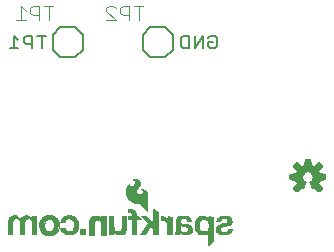
<source format=gbr>
G04 EAGLE Gerber RS-274X export*
G75*
%MOMM*%
%FSLAX34Y34*%
%LPD*%
%INSilkscreen Bottom*%
%IPPOS*%
%AMOC8*
5,1,8,0,0,1.08239X$1,22.5*%
G01*
%ADD10C,0.203200*%
%ADD11C,0.025400*%
%ADD12R,0.495300X0.485100*%
%ADD13C,0.101600*%

G36*
X364920Y50946D02*
X364920Y50946D01*
X365028Y50956D01*
X365041Y50962D01*
X365055Y50964D01*
X365152Y51012D01*
X365251Y51057D01*
X365264Y51068D01*
X365273Y51072D01*
X365288Y51088D01*
X365365Y51150D01*
X367950Y53735D01*
X368013Y53824D01*
X368079Y53909D01*
X368084Y53922D01*
X368092Y53934D01*
X368123Y54037D01*
X368159Y54140D01*
X368159Y54154D01*
X368163Y54167D01*
X368159Y54275D01*
X368160Y54384D01*
X368155Y54397D01*
X368155Y54411D01*
X368117Y54513D01*
X368082Y54615D01*
X368073Y54630D01*
X368069Y54639D01*
X368055Y54656D01*
X368001Y54738D01*
X365237Y58128D01*
X365794Y59210D01*
X365800Y59230D01*
X365842Y59325D01*
X366213Y60484D01*
X370564Y60927D01*
X370668Y60955D01*
X370774Y60980D01*
X370786Y60987D01*
X370799Y60990D01*
X370889Y61051D01*
X370982Y61108D01*
X370990Y61119D01*
X371002Y61127D01*
X371068Y61213D01*
X371137Y61297D01*
X371141Y61310D01*
X371150Y61321D01*
X371184Y61424D01*
X371223Y61525D01*
X371224Y61543D01*
X371228Y61552D01*
X371228Y61574D01*
X371237Y61672D01*
X371237Y65328D01*
X371220Y65435D01*
X371206Y65543D01*
X371200Y65555D01*
X371198Y65569D01*
X371146Y65665D01*
X371099Y65762D01*
X371089Y65772D01*
X371083Y65784D01*
X371003Y65858D01*
X370927Y65935D01*
X370915Y65941D01*
X370905Y65951D01*
X370806Y65996D01*
X370709Y66044D01*
X370691Y66048D01*
X370682Y66052D01*
X370661Y66054D01*
X370564Y66073D01*
X366213Y66516D01*
X365842Y67675D01*
X365833Y67692D01*
X365831Y67700D01*
X365827Y67707D01*
X365794Y67790D01*
X365237Y68872D01*
X368001Y72262D01*
X368055Y72356D01*
X368112Y72448D01*
X368115Y72461D01*
X368122Y72473D01*
X368143Y72580D01*
X368168Y72685D01*
X368166Y72699D01*
X368169Y72713D01*
X368154Y72820D01*
X368144Y72928D01*
X368138Y72941D01*
X368136Y72955D01*
X368088Y73052D01*
X368043Y73151D01*
X368032Y73164D01*
X368028Y73173D01*
X368012Y73188D01*
X367950Y73265D01*
X365365Y75850D01*
X365276Y75913D01*
X365191Y75979D01*
X365178Y75984D01*
X365166Y75992D01*
X365063Y76023D01*
X364960Y76059D01*
X364946Y76059D01*
X364933Y76063D01*
X364825Y76059D01*
X364716Y76060D01*
X364703Y76055D01*
X364689Y76055D01*
X364587Y76017D01*
X364485Y75982D01*
X364470Y75973D01*
X364461Y75969D01*
X364444Y75955D01*
X364362Y75901D01*
X360972Y73137D01*
X359890Y73694D01*
X359870Y73700D01*
X359775Y73742D01*
X358616Y74113D01*
X358173Y78464D01*
X358145Y78568D01*
X358120Y78674D01*
X358113Y78686D01*
X358110Y78699D01*
X358049Y78789D01*
X357992Y78882D01*
X357981Y78890D01*
X357973Y78902D01*
X357887Y78968D01*
X357803Y79037D01*
X357790Y79041D01*
X357779Y79050D01*
X357676Y79084D01*
X357575Y79123D01*
X357557Y79124D01*
X357548Y79128D01*
X357526Y79128D01*
X357428Y79137D01*
X353772Y79137D01*
X353665Y79120D01*
X353557Y79106D01*
X353545Y79100D01*
X353531Y79098D01*
X353435Y79046D01*
X353338Y78999D01*
X353328Y78989D01*
X353316Y78983D01*
X353242Y78903D01*
X353165Y78827D01*
X353159Y78815D01*
X353149Y78805D01*
X353104Y78706D01*
X353056Y78609D01*
X353052Y78591D01*
X353048Y78582D01*
X353046Y78561D01*
X353027Y78464D01*
X352584Y74113D01*
X351425Y73742D01*
X351407Y73732D01*
X351310Y73694D01*
X350228Y73137D01*
X346838Y75901D01*
X346744Y75955D01*
X346652Y76012D01*
X346639Y76015D01*
X346627Y76022D01*
X346520Y76043D01*
X346415Y76068D01*
X346401Y76066D01*
X346387Y76069D01*
X346280Y76054D01*
X346172Y76044D01*
X346159Y76038D01*
X346146Y76036D01*
X346048Y75988D01*
X345949Y75943D01*
X345936Y75932D01*
X345927Y75928D01*
X345912Y75912D01*
X345835Y75850D01*
X343250Y73265D01*
X343187Y73176D01*
X343121Y73091D01*
X343116Y73078D01*
X343108Y73066D01*
X343077Y72963D01*
X343041Y72860D01*
X343041Y72846D01*
X343037Y72833D01*
X343041Y72725D01*
X343040Y72616D01*
X343045Y72603D01*
X343045Y72589D01*
X343083Y72487D01*
X343118Y72385D01*
X343127Y72370D01*
X343131Y72361D01*
X343145Y72344D01*
X343199Y72262D01*
X345963Y68872D01*
X345406Y67790D01*
X345400Y67770D01*
X345358Y67675D01*
X344987Y66516D01*
X340636Y66073D01*
X340532Y66045D01*
X340426Y66020D01*
X340414Y66013D01*
X340401Y66010D01*
X340311Y65949D01*
X340218Y65892D01*
X340210Y65881D01*
X340198Y65873D01*
X340132Y65787D01*
X340064Y65703D01*
X340059Y65690D01*
X340050Y65679D01*
X340016Y65576D01*
X339977Y65475D01*
X339976Y65457D01*
X339972Y65448D01*
X339973Y65426D01*
X339963Y65328D01*
X339963Y61672D01*
X339980Y61565D01*
X339994Y61457D01*
X340000Y61445D01*
X340002Y61431D01*
X340054Y61335D01*
X340101Y61238D01*
X340111Y61228D01*
X340117Y61216D01*
X340197Y61142D01*
X340273Y61065D01*
X340285Y61059D01*
X340296Y61049D01*
X340394Y61004D01*
X340491Y60956D01*
X340509Y60952D01*
X340518Y60948D01*
X340539Y60946D01*
X340636Y60927D01*
X344987Y60484D01*
X345358Y59325D01*
X345368Y59307D01*
X345406Y59210D01*
X345963Y58128D01*
X343199Y54738D01*
X343145Y54644D01*
X343088Y54552D01*
X343085Y54539D01*
X343078Y54527D01*
X343057Y54420D01*
X343032Y54315D01*
X343034Y54301D01*
X343031Y54287D01*
X343046Y54180D01*
X343056Y54072D01*
X343062Y54059D01*
X343064Y54046D01*
X343112Y53948D01*
X343157Y53849D01*
X343168Y53836D01*
X343172Y53827D01*
X343188Y53812D01*
X343250Y53735D01*
X345835Y51150D01*
X345924Y51087D01*
X346009Y51021D01*
X346022Y51016D01*
X346034Y51008D01*
X346137Y50977D01*
X346240Y50941D01*
X346254Y50941D01*
X346267Y50937D01*
X346375Y50941D01*
X346484Y50940D01*
X346497Y50945D01*
X346511Y50945D01*
X346613Y50983D01*
X346715Y51018D01*
X346730Y51027D01*
X346739Y51031D01*
X346756Y51045D01*
X346838Y51099D01*
X350228Y53863D01*
X351310Y53306D01*
X351363Y53289D01*
X351412Y53263D01*
X351478Y53252D01*
X351542Y53231D01*
X351598Y53232D01*
X351652Y53223D01*
X351719Y53234D01*
X351786Y53235D01*
X351838Y53253D01*
X351893Y53262D01*
X351953Y53294D01*
X352016Y53317D01*
X352059Y53351D01*
X352109Y53377D01*
X352155Y53426D01*
X352207Y53468D01*
X352238Y53515D01*
X352276Y53555D01*
X352332Y53660D01*
X352340Y53673D01*
X352341Y53678D01*
X352345Y53685D01*
X354498Y58882D01*
X354518Y58965D01*
X354523Y58978D01*
X354525Y58994D01*
X354550Y59079D01*
X354549Y59100D01*
X354554Y59120D01*
X354546Y59202D01*
X354548Y59221D01*
X354543Y59241D01*
X354539Y59322D01*
X354532Y59342D01*
X354530Y59363D01*
X354499Y59432D01*
X354492Y59459D01*
X354477Y59483D01*
X354451Y59550D01*
X354438Y59566D01*
X354429Y59585D01*
X354384Y59634D01*
X354364Y59666D01*
X354333Y59691D01*
X354295Y59737D01*
X354272Y59753D01*
X354262Y59763D01*
X354241Y59775D01*
X354176Y59820D01*
X354175Y59821D01*
X354174Y59822D01*
X353275Y60328D01*
X352588Y60972D01*
X352073Y61760D01*
X351761Y62648D01*
X351669Y63585D01*
X351802Y64517D01*
X352153Y65391D01*
X352702Y66156D01*
X353416Y66769D01*
X354256Y67194D01*
X355173Y67408D01*
X356114Y67398D01*
X357026Y67164D01*
X357856Y66721D01*
X358557Y66092D01*
X359089Y65315D01*
X359420Y64434D01*
X359533Y63499D01*
X359425Y62582D01*
X359105Y61714D01*
X358591Y60945D01*
X357912Y60318D01*
X357028Y59823D01*
X356986Y59790D01*
X356944Y59767D01*
X356913Y59734D01*
X356865Y59699D01*
X356853Y59683D01*
X356837Y59670D01*
X356802Y59615D01*
X356777Y59589D01*
X356763Y59558D01*
X356722Y59501D01*
X356716Y59482D01*
X356706Y59465D01*
X356687Y59390D01*
X356677Y59367D01*
X356674Y59343D01*
X356651Y59268D01*
X356652Y59248D01*
X356647Y59228D01*
X356654Y59143D01*
X356653Y59124D01*
X356656Y59107D01*
X356659Y59024D01*
X356667Y58999D01*
X356668Y58985D01*
X356678Y58963D01*
X356702Y58882D01*
X357011Y58137D01*
X357942Y55889D01*
X358252Y55140D01*
X358855Y53685D01*
X358884Y53638D01*
X358905Y53586D01*
X358948Y53535D01*
X358984Y53478D01*
X359027Y53443D01*
X359063Y53400D01*
X359120Y53366D01*
X359172Y53323D01*
X359224Y53304D01*
X359272Y53275D01*
X359338Y53261D01*
X359401Y53237D01*
X359456Y53235D01*
X359510Y53224D01*
X359577Y53231D01*
X359644Y53229D01*
X359698Y53245D01*
X359753Y53252D01*
X359864Y53296D01*
X359878Y53300D01*
X359882Y53303D01*
X359890Y53306D01*
X360972Y53863D01*
X364362Y51099D01*
X364456Y51045D01*
X364548Y50988D01*
X364561Y50985D01*
X364573Y50978D01*
X364680Y50957D01*
X364785Y50932D01*
X364799Y50934D01*
X364813Y50931D01*
X364920Y50946D01*
G37*
G36*
X220034Y33827D02*
X220034Y33827D01*
X220076Y33842D01*
X220078Y33847D01*
X220082Y33849D01*
X220111Y33922D01*
X220115Y33933D01*
X220115Y33934D01*
X220115Y49098D01*
X220113Y49103D01*
X220115Y49109D01*
X220045Y49940D01*
X220039Y49951D01*
X220040Y49966D01*
X219800Y50765D01*
X219792Y50775D01*
X219790Y50789D01*
X219389Y51521D01*
X219379Y51529D01*
X219374Y51542D01*
X218904Y52092D01*
X218893Y52097D01*
X218886Y52109D01*
X218316Y52554D01*
X218304Y52557D01*
X218294Y52567D01*
X217646Y52888D01*
X217634Y52889D01*
X217622Y52897D01*
X216923Y53081D01*
X216912Y53080D01*
X216901Y53085D01*
X215961Y53158D01*
X215952Y53155D01*
X215941Y53158D01*
X215001Y53085D01*
X214997Y53083D01*
X214991Y53084D01*
X214508Y53008D01*
X214469Y52983D01*
X214429Y52962D01*
X214428Y52958D01*
X214425Y52956D01*
X214415Y52911D01*
X214403Y52867D01*
X214405Y52863D01*
X214404Y52859D01*
X214429Y52821D01*
X214453Y52782D01*
X214457Y52781D01*
X214459Y52778D01*
X214500Y52769D01*
X214540Y52757D01*
X214698Y52773D01*
X214836Y52745D01*
X214969Y52674D01*
X215793Y52075D01*
X215911Y51961D01*
X215983Y51823D01*
X216076Y51408D01*
X216076Y50980D01*
X215983Y50564D01*
X215777Y50160D01*
X215464Y49832D01*
X214858Y49467D01*
X214180Y49260D01*
X213469Y49225D01*
X212859Y49322D01*
X212273Y49520D01*
X211730Y49813D01*
X211305Y50178D01*
X210990Y50638D01*
X210804Y51163D01*
X210761Y51719D01*
X210863Y52267D01*
X211103Y52770D01*
X211473Y53205D01*
X211671Y53415D01*
X212266Y54046D01*
X212861Y54677D01*
X212926Y54746D01*
X212929Y54756D01*
X212938Y54762D01*
X214125Y56520D01*
X214127Y56533D01*
X214137Y56543D01*
X214417Y57231D01*
X214416Y57246D01*
X214425Y57261D01*
X214524Y57996D01*
X214520Y58011D01*
X214525Y58028D01*
X214438Y58765D01*
X214430Y58778D01*
X214430Y58796D01*
X214163Y59488D01*
X214152Y59499D01*
X214148Y59516D01*
X213717Y60119D01*
X213707Y60126D01*
X213701Y60138D01*
X213005Y60796D01*
X212997Y60799D01*
X212992Y60807D01*
X212215Y61367D01*
X212205Y61370D01*
X212197Y61378D01*
X211417Y61766D01*
X211405Y61767D01*
X211394Y61775D01*
X210554Y62006D01*
X210542Y62005D01*
X210530Y62011D01*
X209662Y62077D01*
X209652Y62073D01*
X209640Y62077D01*
X208740Y61991D01*
X208731Y61987D01*
X208721Y61988D01*
X207843Y61768D01*
X207835Y61762D01*
X207823Y61761D01*
X207595Y61660D01*
X207239Y61508D01*
X207238Y61508D01*
X206734Y61287D01*
X206724Y61276D01*
X206707Y61271D01*
X206272Y60933D01*
X206269Y60926D01*
X206261Y60922D01*
X206236Y60897D01*
X206233Y60896D01*
X206198Y60804D01*
X206239Y60715D01*
X206324Y60682D01*
X206927Y60682D01*
X207438Y60625D01*
X207928Y60486D01*
X208409Y60231D01*
X208804Y59861D01*
X209090Y59401D01*
X209247Y58882D01*
X209259Y58579D01*
X209200Y58279D01*
X208994Y57785D01*
X208711Y57327D01*
X208360Y56917D01*
X207948Y56563D01*
X207046Y55912D01*
X206558Y55663D01*
X206029Y55565D01*
X205490Y55623D01*
X205316Y55688D01*
X204955Y55937D01*
X204681Y56276D01*
X204637Y56379D01*
X204621Y56499D01*
X204621Y57379D01*
X204604Y57420D01*
X204590Y57462D01*
X204585Y57465D01*
X204583Y57470D01*
X204542Y57486D01*
X204502Y57505D01*
X204496Y57503D01*
X204491Y57505D01*
X204464Y57493D01*
X204415Y57477D01*
X203289Y56556D01*
X203283Y56544D01*
X203271Y56537D01*
X202364Y55400D01*
X202361Y55389D01*
X202352Y55381D01*
X201850Y54447D01*
X201849Y54437D01*
X201843Y54429D01*
X201485Y53432D01*
X201485Y53422D01*
X201480Y53413D01*
X201273Y52374D01*
X201275Y52364D01*
X201274Y52362D01*
X201275Y52362D01*
X201271Y52353D01*
X201211Y50425D01*
X201215Y50414D01*
X201212Y50402D01*
X201500Y48495D01*
X201506Y48485D01*
X201506Y48473D01*
X202134Y46649D01*
X202141Y46640D01*
X202143Y46628D01*
X203090Y44947D01*
X203098Y44941D01*
X203101Y44930D01*
X203986Y43823D01*
X203993Y43820D01*
X203995Y43814D01*
X203996Y43814D01*
X203998Y43810D01*
X205029Y42838D01*
X205037Y42835D01*
X205043Y42827D01*
X206200Y42010D01*
X206210Y42008D01*
X206218Y42000D01*
X207448Y41400D01*
X207459Y41399D01*
X207469Y41391D01*
X208788Y41023D01*
X208799Y41025D01*
X208810Y41019D01*
X210174Y40895D01*
X210179Y40897D01*
X210185Y40895D01*
X212460Y40895D01*
X212828Y40830D01*
X213179Y40703D01*
X214169Y40114D01*
X215023Y39332D01*
X219895Y33850D01*
X219899Y33848D01*
X219901Y33843D01*
X219943Y33827D01*
X219984Y33808D01*
X219988Y33810D01*
X219993Y33808D01*
X220034Y33827D01*
G37*
G36*
X271401Y5133D02*
X271401Y5133D01*
X271403Y5132D01*
X271424Y5141D01*
X271484Y5164D01*
X275624Y8898D01*
X275626Y8904D01*
X275632Y8907D01*
X275656Y8967D01*
X275665Y8988D01*
X275664Y8990D01*
X275665Y8992D01*
X275665Y29566D01*
X275650Y29603D01*
X275640Y29642D01*
X275631Y29648D01*
X275627Y29657D01*
X275599Y29668D01*
X275563Y29690D01*
X271677Y30426D01*
X271662Y30423D01*
X271647Y30428D01*
X271615Y30413D01*
X271580Y30405D01*
X271572Y30392D01*
X271559Y30386D01*
X271544Y30347D01*
X271528Y30322D01*
X271531Y30311D01*
X271527Y30300D01*
X271551Y28383D01*
X271417Y28532D01*
X271416Y28533D01*
X271416Y28534D01*
X270527Y29499D01*
X270521Y29501D01*
X270517Y29508D01*
X270174Y29809D01*
X270163Y29813D01*
X270155Y29823D01*
X269761Y30056D01*
X269752Y30057D01*
X269744Y30064D01*
X268423Y30597D01*
X268412Y30597D01*
X268402Y30604D01*
X267920Y30706D01*
X267908Y30703D01*
X267896Y30708D01*
X265915Y30733D01*
X265904Y30729D01*
X265892Y30731D01*
X264807Y30548D01*
X264797Y30541D01*
X264783Y30541D01*
X263758Y30141D01*
X263751Y30133D01*
X263739Y30131D01*
X262837Y29590D01*
X262832Y29584D01*
X262823Y29581D01*
X261999Y28928D01*
X261993Y28918D01*
X261983Y28913D01*
X261191Y28023D01*
X261187Y28010D01*
X261175Y28001D01*
X260596Y26960D01*
X260594Y26948D01*
X260586Y26937D01*
X259912Y24824D01*
X259913Y24813D01*
X259907Y24802D01*
X259624Y22602D01*
X259627Y22591D01*
X259623Y22579D01*
X259741Y20364D01*
X259746Y20354D01*
X259744Y20342D01*
X260067Y18966D01*
X260074Y18957D01*
X260074Y18945D01*
X260630Y17645D01*
X260638Y17637D01*
X260640Y17626D01*
X261412Y16441D01*
X261421Y16435D01*
X261426Y16424D01*
X262083Y15717D01*
X262093Y15713D01*
X262099Y15703D01*
X262867Y15118D01*
X262878Y15116D01*
X262885Y15107D01*
X263741Y14661D01*
X263752Y14660D01*
X263761Y14652D01*
X264680Y14358D01*
X264690Y14359D01*
X264700Y14353D01*
X265912Y14164D01*
X265921Y14166D01*
X265930Y14163D01*
X267157Y14146D01*
X267165Y14149D01*
X267175Y14147D01*
X268392Y14302D01*
X268402Y14307D01*
X268414Y14307D01*
X269258Y14571D01*
X269268Y14579D01*
X269283Y14582D01*
X270052Y15019D01*
X270060Y15029D01*
X270074Y15034D01*
X270734Y15624D01*
X270740Y15636D01*
X270752Y15644D01*
X271272Y16360D01*
X271273Y16362D01*
X271273Y5258D01*
X271291Y5214D01*
X271308Y5171D01*
X271310Y5170D01*
X271311Y5167D01*
X271355Y5150D01*
X271399Y5132D01*
X271401Y5133D01*
G37*
G36*
X105971Y14480D02*
X105971Y14480D01*
X105973Y14479D01*
X106016Y14499D01*
X106060Y14517D01*
X106060Y14519D01*
X106062Y14520D01*
X106095Y14605D01*
X106095Y24884D01*
X106202Y25764D01*
X106514Y26586D01*
X106775Y26970D01*
X107118Y27283D01*
X107524Y27509D01*
X107972Y27637D01*
X108876Y27705D01*
X109779Y27613D01*
X110189Y27487D01*
X110561Y27277D01*
X110576Y27263D01*
X110717Y27137D01*
X110857Y27010D01*
X110879Y26991D01*
X111264Y26463D01*
X111537Y25868D01*
X111686Y25229D01*
X111761Y24126D01*
X111761Y14605D01*
X111762Y14603D01*
X111761Y14601D01*
X111781Y14558D01*
X111799Y14514D01*
X111801Y14514D01*
X111802Y14512D01*
X111887Y14479D01*
X116205Y14479D01*
X116207Y14480D01*
X116209Y14479D01*
X116252Y14499D01*
X116296Y14517D01*
X116296Y14519D01*
X116298Y14520D01*
X116331Y14605D01*
X116331Y25164D01*
X116411Y25827D01*
X116642Y26446D01*
X117012Y26993D01*
X117359Y27311D01*
X117768Y27544D01*
X118218Y27680D01*
X118695Y27712D01*
X119543Y27662D01*
X119983Y27580D01*
X120387Y27402D01*
X120742Y27136D01*
X121561Y26192D01*
X121845Y25654D01*
X121976Y25063D01*
X121946Y24441D01*
X121947Y24438D01*
X121946Y24435D01*
X121946Y14630D01*
X121947Y14628D01*
X121946Y14626D01*
X121966Y14583D01*
X121984Y14539D01*
X121986Y14539D01*
X121987Y14537D01*
X122072Y14504D01*
X126390Y14504D01*
X126392Y14505D01*
X126394Y14504D01*
X126437Y14524D01*
X126481Y14542D01*
X126481Y14544D01*
X126483Y14545D01*
X126516Y14630D01*
X126516Y30683D01*
X126515Y30685D01*
X126516Y30687D01*
X126496Y30730D01*
X126478Y30774D01*
X126476Y30774D01*
X126475Y30776D01*
X126390Y30809D01*
X122403Y30809D01*
X122401Y30808D01*
X122399Y30809D01*
X122356Y30789D01*
X122312Y30771D01*
X122312Y30769D01*
X122310Y30768D01*
X122277Y30683D01*
X122277Y28630D01*
X122246Y28637D01*
X121944Y29033D01*
X121938Y29036D01*
X121935Y29044D01*
X121173Y29831D01*
X121165Y29834D01*
X121161Y29841D01*
X120399Y30453D01*
X120385Y30457D01*
X120373Y30470D01*
X119483Y30874D01*
X119471Y30874D01*
X119460Y30882D01*
X118368Y31136D01*
X118359Y31135D01*
X118351Y31139D01*
X116979Y31266D01*
X116969Y31263D01*
X116958Y31266D01*
X116001Y31197D01*
X115990Y31191D01*
X115976Y31192D01*
X115053Y30932D01*
X115043Y30924D01*
X115030Y30922D01*
X114240Y30519D01*
X114232Y30510D01*
X114219Y30506D01*
X113521Y29960D01*
X113515Y29949D01*
X113503Y29943D01*
X112921Y29274D01*
X112918Y29262D01*
X112907Y29254D01*
X112527Y28596D01*
X112485Y28638D01*
X112030Y29119D01*
X112027Y29120D01*
X112026Y29123D01*
X111238Y29882D01*
X111229Y29885D01*
X111224Y29894D01*
X110335Y30532D01*
X110324Y30534D01*
X110316Y30542D01*
X109511Y30936D01*
X109499Y30936D01*
X109488Y30944D01*
X108623Y31176D01*
X108611Y31174D01*
X108599Y31180D01*
X107705Y31241D01*
X107696Y31238D01*
X107685Y31241D01*
X106406Y31134D01*
X106399Y31130D01*
X106392Y31132D01*
X105132Y30883D01*
X105123Y30877D01*
X105111Y30877D01*
X104245Y30551D01*
X104235Y30541D01*
X104220Y30538D01*
X103446Y30031D01*
X103439Y30019D01*
X103425Y30013D01*
X102779Y29349D01*
X102776Y29339D01*
X102772Y29338D01*
X102771Y29334D01*
X102763Y29328D01*
X102175Y28389D01*
X102173Y28376D01*
X102163Y28366D01*
X101777Y27327D01*
X101778Y27314D01*
X101771Y27302D01*
X101602Y26206D01*
X101605Y26197D01*
X101601Y26187D01*
X101601Y14605D01*
X101602Y14603D01*
X101601Y14601D01*
X101621Y14558D01*
X101639Y14514D01*
X101641Y14514D01*
X101642Y14512D01*
X101727Y14479D01*
X105969Y14479D01*
X105971Y14480D01*
G37*
G36*
X253851Y14149D02*
X253851Y14149D01*
X253862Y14154D01*
X253876Y14152D01*
X255248Y14460D01*
X255259Y14468D01*
X255274Y14469D01*
X256543Y15075D01*
X256552Y15085D01*
X256566Y15089D01*
X257014Y15431D01*
X257020Y15441D01*
X257032Y15447D01*
X257409Y15867D01*
X257413Y15878D01*
X257423Y15886D01*
X257715Y16369D01*
X257717Y16380D01*
X257725Y16390D01*
X258098Y17383D01*
X258098Y17394D01*
X258104Y17405D01*
X258293Y18449D01*
X258290Y18460D01*
X258295Y18472D01*
X258292Y19533D01*
X258289Y19540D01*
X258291Y19543D01*
X258288Y19550D01*
X258289Y19560D01*
X258083Y20501D01*
X258074Y20513D01*
X258073Y20530D01*
X257644Y21392D01*
X257634Y21401D01*
X257629Y21416D01*
X257131Y22025D01*
X257126Y22028D01*
X257124Y22032D01*
X257118Y22034D01*
X257113Y22043D01*
X256503Y22541D01*
X256491Y22544D01*
X256482Y22555D01*
X255786Y22921D01*
X255775Y22922D01*
X255766Y22929D01*
X254281Y23413D01*
X254273Y23412D01*
X254264Y23417D01*
X252727Y23695D01*
X252723Y23694D01*
X252718Y23697D01*
X250512Y23925D01*
X249206Y24151D01*
X248737Y24316D01*
X248309Y24562D01*
X248025Y24823D01*
X247965Y24910D01*
X247923Y25007D01*
X247812Y25528D01*
X247812Y26059D01*
X247923Y26580D01*
X248062Y26894D01*
X248261Y27173D01*
X248514Y27407D01*
X248828Y27600D01*
X249174Y27728D01*
X249543Y27789D01*
X250898Y27839D01*
X251485Y27785D01*
X252046Y27620D01*
X252510Y27365D01*
X252900Y27009D01*
X253195Y26571D01*
X253379Y26076D01*
X253442Y25545D01*
X253442Y25502D01*
X253443Y25500D01*
X253442Y25498D01*
X253462Y25455D01*
X253480Y25411D01*
X253482Y25411D01*
X253483Y25409D01*
X253568Y25376D01*
X257709Y25376D01*
X257710Y25374D01*
X257752Y25364D01*
X257794Y25350D01*
X257800Y25353D01*
X257806Y25352D01*
X257831Y25368D01*
X257876Y25389D01*
X257901Y25414D01*
X257901Y25415D01*
X257917Y25457D01*
X257936Y25506D01*
X257936Y25507D01*
X257916Y25549D01*
X257897Y25592D01*
X257775Y26483D01*
X257769Y26494D01*
X257769Y26509D01*
X257435Y27450D01*
X257426Y27460D01*
X257423Y27474D01*
X256904Y28327D01*
X256893Y28335D01*
X256888Y28348D01*
X256205Y29078D01*
X256193Y29083D01*
X256185Y29095D01*
X255368Y29669D01*
X255356Y29672D01*
X255347Y29681D01*
X254189Y30210D01*
X254179Y30210D01*
X254170Y30217D01*
X252941Y30551D01*
X252932Y30550D01*
X252923Y30554D01*
X251183Y30768D01*
X251175Y30765D01*
X251167Y30768D01*
X249413Y30760D01*
X249406Y30757D01*
X249397Y30759D01*
X247658Y30529D01*
X247650Y30524D01*
X247639Y30525D01*
X246225Y30100D01*
X246216Y30092D01*
X246202Y30091D01*
X244899Y29397D01*
X244890Y29387D01*
X244876Y29382D01*
X244314Y28899D01*
X244307Y28885D01*
X244293Y28876D01*
X243866Y28271D01*
X243863Y28256D01*
X243851Y28244D01*
X243584Y27553D01*
X243585Y27538D01*
X243577Y27523D01*
X243486Y26788D01*
X243488Y26780D01*
X243485Y26772D01*
X243485Y21946D01*
X243486Y21944D01*
X243485Y21942D01*
X243492Y21927D01*
X243460Y21843D01*
X243485Y17505D01*
X243383Y16168D01*
X243034Y14873D01*
X242960Y14674D01*
X242961Y14649D01*
X242952Y14626D01*
X242963Y14602D01*
X242964Y14576D01*
X242983Y14559D01*
X242993Y14537D01*
X243020Y14526D01*
X243038Y14510D01*
X243057Y14512D01*
X243078Y14504D01*
X247112Y14504D01*
X247148Y14501D01*
X247176Y14510D01*
X247216Y14514D01*
X247253Y14533D01*
X247272Y14555D01*
X247304Y14579D01*
X247326Y14615D01*
X247328Y14632D01*
X247340Y14648D01*
X247416Y14928D01*
X247415Y14931D01*
X247417Y14934D01*
X247644Y15963D01*
X247654Y15986D01*
X247660Y15992D01*
X247668Y15994D01*
X247677Y15993D01*
X247701Y15977D01*
X248528Y15274D01*
X248539Y15270D01*
X248548Y15260D01*
X249499Y14720D01*
X249510Y14719D01*
X249520Y14711D01*
X250555Y14358D01*
X250567Y14359D01*
X250577Y14353D01*
X252195Y14112D01*
X252205Y14115D01*
X252216Y14111D01*
X253851Y14149D01*
G37*
G36*
X228984Y14378D02*
X228984Y14378D01*
X228987Y14377D01*
X229070Y14414D01*
X229121Y14465D01*
X229123Y14468D01*
X229125Y14469D01*
X229158Y14554D01*
X229158Y33884D01*
X229150Y33903D01*
X229152Y33923D01*
X229131Y33950D01*
X229120Y33975D01*
X229106Y33980D01*
X229095Y33994D01*
X224955Y36356D01*
X224920Y36360D01*
X224888Y36372D01*
X224873Y36365D01*
X224857Y36367D01*
X224830Y36345D01*
X224799Y36331D01*
X224792Y36315D01*
X224780Y36305D01*
X224778Y36278D01*
X224766Y36246D01*
X224766Y24816D01*
X219291Y30290D01*
X219288Y30292D01*
X219287Y30294D01*
X219202Y30327D01*
X214528Y30327D01*
X214526Y30327D01*
X214525Y30327D01*
X214481Y30307D01*
X214437Y30289D01*
X214437Y30287D01*
X214435Y30286D01*
X214419Y30242D01*
X214402Y30197D01*
X214403Y30195D01*
X214402Y30194D01*
X214440Y30111D01*
X220131Y24545D01*
X213534Y14650D01*
X213527Y14612D01*
X213513Y14575D01*
X213518Y14565D01*
X213516Y14553D01*
X213538Y14522D01*
X213555Y14486D01*
X213566Y14482D01*
X213572Y14473D01*
X213602Y14468D01*
X213640Y14454D01*
X218720Y14479D01*
X218737Y14486D01*
X218755Y14484D01*
X218784Y14506D01*
X218810Y14518D01*
X218815Y14530D01*
X218827Y14540D01*
X223060Y21518D01*
X224715Y19911D01*
X224715Y14503D01*
X224716Y14501D01*
X224715Y14499D01*
X224735Y14456D01*
X224753Y14412D01*
X224755Y14412D01*
X224756Y14410D01*
X224841Y14377D01*
X228981Y14377D01*
X228984Y14378D01*
G37*
G36*
X197416Y14077D02*
X197416Y14077D01*
X197427Y14074D01*
X198460Y14221D01*
X198471Y14227D01*
X198484Y14227D01*
X199470Y14570D01*
X199479Y14578D01*
X199492Y14580D01*
X200394Y15106D01*
X200401Y15116D01*
X200414Y15121D01*
X200668Y15349D01*
X200674Y15360D01*
X200685Y15368D01*
X201346Y16253D01*
X201348Y16264D01*
X201358Y16273D01*
X201846Y17263D01*
X201846Y17275D01*
X201854Y17285D01*
X202154Y18348D01*
X202152Y18359D01*
X202158Y18371D01*
X202259Y19470D01*
X202257Y19476D01*
X202259Y19482D01*
X202259Y30277D01*
X202258Y30279D01*
X202259Y30281D01*
X202239Y30324D01*
X202221Y30368D01*
X202219Y30368D01*
X202218Y30370D01*
X202133Y30403D01*
X197993Y30403D01*
X197991Y30402D01*
X197989Y30403D01*
X197946Y30383D01*
X197902Y30365D01*
X197902Y30363D01*
X197900Y30362D01*
X197867Y30277D01*
X197867Y20280D01*
X197718Y19450D01*
X197375Y18682D01*
X197103Y18320D01*
X196762Y18019D01*
X196367Y17794D01*
X195678Y17571D01*
X194959Y17491D01*
X194238Y17558D01*
X193547Y17770D01*
X193037Y18058D01*
X192606Y18455D01*
X192279Y18940D01*
X192070Y19490D01*
X191845Y20694D01*
X191769Y21924D01*
X191769Y30226D01*
X191768Y30228D01*
X191769Y30230D01*
X191749Y30273D01*
X191731Y30317D01*
X191729Y30317D01*
X191728Y30319D01*
X191643Y30352D01*
X187427Y30352D01*
X187425Y30351D01*
X187423Y30352D01*
X187380Y30332D01*
X187336Y30314D01*
X187336Y30312D01*
X187334Y30311D01*
X187301Y30226D01*
X187301Y14605D01*
X187302Y14603D01*
X187301Y14601D01*
X187321Y14558D01*
X187339Y14514D01*
X187341Y14514D01*
X187342Y14512D01*
X187427Y14479D01*
X191440Y14479D01*
X191442Y14480D01*
X191444Y14479D01*
X191487Y14499D01*
X191531Y14517D01*
X191531Y14519D01*
X191533Y14520D01*
X191566Y14605D01*
X191566Y16662D01*
X192073Y16021D01*
X192081Y16017D01*
X192085Y16008D01*
X192912Y15223D01*
X192921Y15220D01*
X192926Y15212D01*
X193856Y14553D01*
X193865Y14551D01*
X193873Y14543D01*
X194118Y14421D01*
X194129Y14420D01*
X194138Y14413D01*
X194400Y14332D01*
X194409Y14333D01*
X194418Y14328D01*
X195896Y14105D01*
X195904Y14107D01*
X195912Y14103D01*
X197406Y14073D01*
X197416Y14077D01*
G37*
G36*
X184939Y14404D02*
X184939Y14404D01*
X184941Y14403D01*
X184984Y14423D01*
X185028Y14441D01*
X185028Y14443D01*
X185030Y14444D01*
X185063Y14529D01*
X185063Y30251D01*
X185062Y30253D01*
X185063Y30255D01*
X185043Y30298D01*
X185025Y30342D01*
X185023Y30342D01*
X185022Y30344D01*
X184937Y30377D01*
X180899Y30377D01*
X180897Y30376D01*
X180895Y30377D01*
X180852Y30357D01*
X180808Y30339D01*
X180808Y30337D01*
X180806Y30336D01*
X180773Y30251D01*
X180773Y28183D01*
X180731Y28212D01*
X180617Y28348D01*
X180340Y28726D01*
X180336Y28728D01*
X180334Y28733D01*
X179932Y29206D01*
X179925Y29210D01*
X179921Y29218D01*
X179726Y29394D01*
X179586Y29520D01*
X179460Y29634D01*
X179450Y29637D01*
X179442Y29647D01*
X178544Y30214D01*
X178531Y30217D01*
X178520Y30226D01*
X177524Y30595D01*
X177511Y30595D01*
X177498Y30602D01*
X176446Y30757D01*
X176436Y30754D01*
X176425Y30758D01*
X174419Y30708D01*
X174409Y30704D01*
X174396Y30706D01*
X173419Y30500D01*
X173407Y30492D01*
X173391Y30491D01*
X172486Y30069D01*
X172477Y30058D01*
X172462Y30054D01*
X171677Y29436D01*
X171671Y29425D01*
X171659Y29419D01*
X171170Y28844D01*
X171167Y28833D01*
X171157Y28826D01*
X170773Y28177D01*
X170771Y28166D01*
X170763Y28157D01*
X170494Y27452D01*
X170494Y27443D01*
X170489Y27434D01*
X170249Y26327D01*
X170251Y26318D01*
X170247Y26310D01*
X170156Y25181D01*
X170158Y25176D01*
X170156Y25171D01*
X170156Y14630D01*
X170157Y14628D01*
X170156Y14626D01*
X170176Y14583D01*
X170194Y14539D01*
X170196Y14539D01*
X170197Y14537D01*
X170282Y14504D01*
X174371Y14504D01*
X174373Y14505D01*
X174375Y14504D01*
X174418Y14524D01*
X174462Y14542D01*
X174462Y14544D01*
X174464Y14545D01*
X174497Y14630D01*
X174497Y24276D01*
X174562Y24994D01*
X174753Y25682D01*
X175063Y26324D01*
X175359Y26711D01*
X175733Y27020D01*
X176168Y27237D01*
X176468Y27314D01*
X176784Y27331D01*
X177889Y27281D01*
X178445Y27194D01*
X178961Y26990D01*
X179418Y26676D01*
X179935Y26107D01*
X180298Y25428D01*
X180515Y24678D01*
X180595Y23895D01*
X180595Y14529D01*
X180596Y14527D01*
X180595Y14525D01*
X180615Y14482D01*
X180633Y14438D01*
X180635Y14438D01*
X180636Y14436D01*
X180721Y14403D01*
X184937Y14403D01*
X184939Y14404D01*
G37*
G36*
X136653Y14332D02*
X136653Y14332D01*
X136669Y14328D01*
X139666Y14734D01*
X139687Y14746D01*
X139716Y14752D01*
X142561Y16530D01*
X142575Y16551D01*
X142600Y16569D01*
X144200Y19058D01*
X144204Y19081D01*
X144219Y19106D01*
X144829Y22992D01*
X144823Y23014D01*
X144827Y23040D01*
X144014Y26596D01*
X143999Y26617D01*
X143990Y26646D01*
X141856Y29364D01*
X141834Y29376D01*
X141813Y29399D01*
X138435Y31076D01*
X138415Y31077D01*
X138394Y31088D01*
X136921Y31265D01*
X136914Y31263D01*
X136906Y31266D01*
X136855Y31266D01*
X136835Y31258D01*
X136809Y31257D01*
X136682Y31207D01*
X136661Y31187D01*
X136635Y31175D01*
X136626Y31153D01*
X136611Y31139D01*
X136612Y31115D01*
X136602Y31090D01*
X136602Y28169D01*
X136619Y28129D01*
X136631Y28088D01*
X136638Y28084D01*
X136640Y28078D01*
X136668Y28067D01*
X136711Y28044D01*
X137806Y27894D01*
X138954Y27259D01*
X139742Y26175D01*
X140138Y25286D01*
X140412Y23812D01*
X140463Y21953D01*
X140288Y20705D01*
X139913Y19556D01*
X139375Y18529D01*
X137727Y17521D01*
X135979Y17299D01*
X134228Y17891D01*
X134158Y17955D01*
X133880Y18208D01*
X133602Y18460D01*
X133463Y18586D01*
X133186Y18839D01*
X133185Y18839D01*
X133149Y18872D01*
X132606Y20082D01*
X132231Y21630D01*
X132231Y23055D01*
X132482Y24984D01*
X133226Y26596D01*
X134060Y27405D01*
X135013Y27918D01*
X136200Y28017D01*
X136296Y28017D01*
X136299Y28018D01*
X136302Y28017D01*
X136344Y28037D01*
X136387Y28055D01*
X136388Y28058D01*
X136391Y28060D01*
X136422Y28145D01*
X136396Y29733D01*
X136393Y29859D01*
X136393Y29860D01*
X136391Y29986D01*
X136389Y30112D01*
X136387Y30238D01*
X136385Y30364D01*
X136385Y30365D01*
X136383Y30491D01*
X136381Y30617D01*
X136379Y30743D01*
X136376Y30869D01*
X136376Y30870D01*
X136374Y30996D01*
X136372Y31117D01*
X136368Y31126D01*
X136371Y31135D01*
X136349Y31170D01*
X136332Y31207D01*
X136324Y31210D01*
X136319Y31218D01*
X136267Y31231D01*
X136240Y31241D01*
X136235Y31239D01*
X136230Y31240D01*
X134223Y30986D01*
X134212Y30980D01*
X134198Y30980D01*
X132572Y30421D01*
X132560Y30410D01*
X132541Y30406D01*
X130560Y29035D01*
X130552Y29022D01*
X130536Y29013D01*
X129444Y27743D01*
X129439Y27727D01*
X129425Y27712D01*
X128384Y25375D01*
X128383Y25358D01*
X128374Y25340D01*
X128094Y23155D01*
X128098Y23140D01*
X128094Y23124D01*
X128348Y21016D01*
X128352Y21008D01*
X128351Y20997D01*
X129037Y18533D01*
X129048Y18519D01*
X129052Y18500D01*
X129865Y17205D01*
X129877Y17196D01*
X129885Y17181D01*
X131079Y16038D01*
X131088Y16034D01*
X131093Y16026D01*
X132210Y15239D01*
X132227Y15235D01*
X132242Y15223D01*
X134096Y14588D01*
X134110Y14589D01*
X134124Y14581D01*
X136639Y14327D01*
X136653Y14332D01*
G37*
G36*
X284634Y14125D02*
X284634Y14125D01*
X284641Y14123D01*
X287207Y14301D01*
X287216Y14306D01*
X287226Y14304D01*
X288147Y14516D01*
X288158Y14524D01*
X288172Y14525D01*
X289029Y14922D01*
X289035Y14929D01*
X289044Y14931D01*
X290238Y15693D01*
X290243Y15699D01*
X290251Y15702D01*
X290766Y16133D01*
X290771Y16144D01*
X290783Y16150D01*
X291203Y16674D01*
X291207Y16685D01*
X291217Y16694D01*
X291526Y17290D01*
X291527Y17299D01*
X291534Y17307D01*
X291966Y18577D01*
X291965Y18587D01*
X291970Y18596D01*
X292072Y19180D01*
X292071Y19187D01*
X292074Y19193D01*
X292099Y19549D01*
X292098Y19553D01*
X292099Y19556D01*
X292098Y19558D01*
X292099Y19562D01*
X292087Y19588D01*
X292084Y19618D01*
X292083Y19619D01*
X292083Y19620D01*
X292072Y19629D01*
X292067Y19642D01*
X292061Y19645D01*
X292058Y19651D01*
X292028Y19663D01*
X292008Y19679D01*
X292006Y19679D01*
X292005Y19680D01*
X291990Y19679D01*
X291978Y19684D01*
X291976Y19683D01*
X291973Y19684D01*
X288112Y19684D01*
X288110Y19683D01*
X288108Y19684D01*
X288065Y19664D01*
X288021Y19646D01*
X288021Y19644D01*
X288019Y19643D01*
X287986Y19558D01*
X287986Y19511D01*
X287957Y19014D01*
X287811Y18552D01*
X287555Y18138D01*
X287451Y18033D01*
X287325Y17907D01*
X287113Y17695D01*
X286586Y17358D01*
X285999Y17141D01*
X285437Y17068D01*
X284107Y17068D01*
X283504Y17142D01*
X282937Y17339D01*
X282424Y17651D01*
X282137Y17935D01*
X281928Y18280D01*
X281811Y18665D01*
X281794Y19069D01*
X281879Y19464D01*
X282060Y19826D01*
X282325Y20130D01*
X282661Y20361D01*
X283768Y20831D01*
X284942Y21137D01*
X288573Y22000D01*
X288580Y22005D01*
X288589Y22005D01*
X289397Y22311D01*
X289404Y22317D01*
X289414Y22319D01*
X290165Y22746D01*
X290171Y22753D01*
X290181Y22757D01*
X290858Y23294D01*
X290863Y23304D01*
X290874Y23310D01*
X291211Y23695D01*
X291215Y23708D01*
X291226Y23717D01*
X291475Y24164D01*
X291476Y24177D01*
X291485Y24188D01*
X291637Y24677D01*
X291635Y24689D01*
X291642Y24702D01*
X291747Y25838D01*
X291744Y25851D01*
X291747Y25864D01*
X291618Y26998D01*
X291612Y27009D01*
X291613Y27023D01*
X291255Y28107D01*
X291247Y28116D01*
X291245Y28130D01*
X290946Y28652D01*
X290936Y28659D01*
X290931Y28672D01*
X290537Y29127D01*
X290526Y29132D01*
X290519Y29144D01*
X290043Y29513D01*
X290032Y29516D01*
X290023Y29525D01*
X288742Y30179D01*
X288731Y30180D01*
X288721Y30187D01*
X287343Y30598D01*
X287332Y30597D01*
X287320Y30603D01*
X285891Y30758D01*
X285884Y30756D01*
X285877Y30758D01*
X284074Y30758D01*
X284068Y30756D01*
X284061Y30758D01*
X282668Y30618D01*
X282659Y30613D01*
X282648Y30614D01*
X281297Y30246D01*
X281288Y30239D01*
X281274Y30237D01*
X280177Y29699D01*
X280168Y29689D01*
X280154Y29685D01*
X279195Y28928D01*
X279189Y28918D01*
X279178Y28913D01*
X278830Y28517D01*
X278828Y28512D01*
X278827Y28512D01*
X278826Y28508D01*
X278818Y28502D01*
X278532Y28060D01*
X278530Y28050D01*
X278523Y28043D01*
X278167Y27255D01*
X278167Y27250D01*
X278163Y27246D01*
X277960Y26688D01*
X277962Y26664D01*
X277957Y26652D01*
X277960Y26645D01*
X277955Y26620D01*
X277964Y26606D01*
X277955Y26594D01*
X277957Y26588D01*
X277953Y26581D01*
X277877Y25870D01*
X277879Y25864D01*
X277878Y25860D01*
X277879Y25858D01*
X277877Y25853D01*
X277894Y25816D01*
X277906Y25776D01*
X277914Y25772D01*
X277918Y25764D01*
X277968Y25744D01*
X277994Y25731D01*
X277998Y25733D01*
X278003Y25731D01*
X281889Y25731D01*
X281933Y25749D01*
X281977Y25767D01*
X281978Y25768D01*
X281980Y25769D01*
X281987Y25788D01*
X282015Y25849D01*
X282031Y26109D01*
X282086Y26352D01*
X282236Y26704D01*
X282454Y27017D01*
X282730Y27281D01*
X283152Y27552D01*
X283619Y27741D01*
X284115Y27839D01*
X284963Y27883D01*
X285811Y27839D01*
X286260Y27754D01*
X286684Y27597D01*
X286985Y27402D01*
X287218Y27134D01*
X287373Y26792D01*
X287421Y26420D01*
X287356Y26051D01*
X287172Y25690D01*
X286937Y25447D01*
X286889Y25397D01*
X286214Y24981D01*
X285462Y24709D01*
X283439Y24305D01*
X283438Y24304D01*
X283437Y24304D01*
X281714Y23923D01*
X281707Y23918D01*
X281698Y23918D01*
X280042Y23308D01*
X280036Y23302D01*
X280026Y23301D01*
X279270Y22896D01*
X279264Y22889D01*
X279255Y22886D01*
X278563Y22378D01*
X278558Y22368D01*
X278546Y22363D01*
X278214Y22013D01*
X278209Y22001D01*
X278198Y21992D01*
X277946Y21580D01*
X277944Y21566D01*
X277934Y21554D01*
X277597Y20551D01*
X277598Y20536D01*
X277590Y20522D01*
X277496Y19467D01*
X277499Y19458D01*
X277496Y19447D01*
X277572Y18406D01*
X277576Y18398D01*
X277575Y18388D01*
X277718Y17724D01*
X277724Y17714D01*
X277725Y17701D01*
X277991Y17076D01*
X277999Y17067D01*
X278002Y17055D01*
X278381Y16491D01*
X278391Y16484D01*
X278396Y16473D01*
X279122Y15730D01*
X279132Y15726D01*
X279138Y15715D01*
X279982Y15109D01*
X279992Y15107D01*
X280001Y15098D01*
X280936Y14647D01*
X280947Y14646D01*
X280957Y14639D01*
X281957Y14357D01*
X281965Y14358D01*
X281974Y14353D01*
X283288Y14171D01*
X283295Y14173D01*
X283301Y14170D01*
X284628Y14123D01*
X284634Y14125D01*
G37*
G36*
X154832Y14222D02*
X154832Y14222D01*
X154839Y14225D01*
X154847Y14224D01*
X156410Y14506D01*
X156418Y14511D01*
X156428Y14510D01*
X157498Y14865D01*
X157506Y14871D01*
X157517Y14873D01*
X158514Y15399D01*
X158521Y15407D01*
X158532Y15411D01*
X159428Y16095D01*
X159433Y16104D01*
X159444Y16109D01*
X160214Y16932D01*
X160216Y16938D01*
X160218Y16939D01*
X160220Y16943D01*
X160227Y16948D01*
X160909Y17964D01*
X160911Y17974D01*
X160919Y17982D01*
X161433Y19093D01*
X161434Y19102D01*
X161440Y19111D01*
X161774Y20289D01*
X161773Y20299D01*
X161778Y20308D01*
X161923Y21524D01*
X161921Y21533D01*
X161924Y21543D01*
X161923Y21575D01*
X161923Y21576D01*
X161915Y21828D01*
X161916Y21828D01*
X161915Y21828D01*
X161912Y21954D01*
X161904Y22207D01*
X161900Y22333D01*
X161892Y22585D01*
X161892Y22586D01*
X161889Y22712D01*
X161885Y22838D01*
X161881Y22964D01*
X161873Y23217D01*
X161869Y23343D01*
X161862Y23595D01*
X161862Y23596D01*
X161858Y23722D01*
X161850Y23974D01*
X161848Y24032D01*
X161844Y24041D01*
X161846Y24053D01*
X161548Y25543D01*
X161541Y25553D01*
X161541Y25566D01*
X160964Y26972D01*
X160956Y26980D01*
X160953Y26993D01*
X160119Y28264D01*
X160109Y28270D01*
X160104Y28282D01*
X159043Y29370D01*
X159032Y29375D01*
X159024Y29386D01*
X157775Y30251D01*
X157763Y30254D01*
X157754Y30263D01*
X156363Y30875D01*
X156351Y30875D01*
X156339Y30882D01*
X154833Y31215D01*
X154821Y31212D01*
X154808Y31218D01*
X153266Y31241D01*
X153257Y31238D01*
X153248Y31240D01*
X151813Y31051D01*
X151808Y31048D01*
X151802Y31049D01*
X150391Y30730D01*
X150383Y30725D01*
X150373Y30724D01*
X149216Y30267D01*
X149206Y30257D01*
X149192Y30254D01*
X148161Y29557D01*
X148154Y29546D01*
X148140Y29539D01*
X147285Y28636D01*
X147280Y28624D01*
X147268Y28615D01*
X146628Y27548D01*
X146626Y27536D01*
X146618Y27527D01*
X146193Y26372D01*
X146193Y26362D01*
X146188Y26353D01*
X145951Y25145D01*
X145954Y25131D01*
X145949Y25117D01*
X145964Y25084D01*
X145971Y25049D01*
X145984Y25041D01*
X145990Y25028D01*
X146029Y25012D01*
X146055Y24996D01*
X146065Y24999D01*
X146075Y24995D01*
X150266Y24995D01*
X150268Y24996D01*
X150270Y24995D01*
X150313Y25015D01*
X150357Y25033D01*
X150357Y25035D01*
X150359Y25036D01*
X150392Y25121D01*
X150392Y25139D01*
X150459Y25718D01*
X150652Y26260D01*
X150963Y26745D01*
X151376Y27146D01*
X151869Y27444D01*
X152661Y27705D01*
X153493Y27788D01*
X154333Y27722D01*
X155154Y27541D01*
X155568Y27355D01*
X155915Y27065D01*
X156602Y26154D01*
X157107Y25129D01*
X157412Y24026D01*
X157505Y22885D01*
X157376Y21325D01*
X157030Y19801D01*
X156715Y19084D01*
X156240Y18465D01*
X155632Y17976D01*
X154924Y17646D01*
X154145Y17465D01*
X153345Y17424D01*
X152754Y17497D01*
X152185Y17670D01*
X151655Y17938D01*
X151212Y18283D01*
X150854Y18715D01*
X150533Y19305D01*
X150318Y19942D01*
X150214Y20618D01*
X150192Y20654D01*
X150174Y20692D01*
X150166Y20695D01*
X150162Y20702D01*
X150132Y20708D01*
X150089Y20725D01*
X146025Y20725D01*
X146023Y20724D01*
X146021Y20725D01*
X145978Y20705D01*
X145934Y20687D01*
X145934Y20685D01*
X145932Y20684D01*
X145899Y20599D01*
X145899Y20549D01*
X145900Y20545D01*
X145899Y20541D01*
X145931Y20066D01*
X145935Y20059D01*
X145933Y20049D01*
X146028Y19584D01*
X146034Y19575D01*
X146034Y19563D01*
X146576Y18172D01*
X146585Y18163D01*
X146588Y18149D01*
X147403Y16898D01*
X147414Y16891D01*
X147419Y16878D01*
X148472Y15820D01*
X148484Y15815D01*
X148493Y15803D01*
X149740Y14983D01*
X149751Y14980D01*
X149760Y14972D01*
X150853Y14510D01*
X150863Y14510D01*
X150872Y14504D01*
X152025Y14222D01*
X152035Y14223D01*
X152045Y14219D01*
X153228Y14123D01*
X153236Y14126D01*
X153246Y14123D01*
X154832Y14222D01*
G37*
G36*
X210771Y14404D02*
X210771Y14404D01*
X210773Y14403D01*
X210816Y14423D01*
X210860Y14441D01*
X210860Y14443D01*
X210862Y14444D01*
X210895Y14529D01*
X210895Y27409D01*
X214758Y27433D01*
X214759Y27433D01*
X214804Y27453D01*
X214848Y27472D01*
X214849Y27473D01*
X214866Y27518D01*
X214883Y27564D01*
X214883Y27565D01*
X214846Y27648D01*
X212179Y30315D01*
X212176Y30317D01*
X212175Y30319D01*
X212090Y30352D01*
X210844Y30352D01*
X210844Y30683D01*
X210842Y30688D01*
X210844Y30693D01*
X210667Y32827D01*
X210662Y32837D01*
X210662Y32838D01*
X210662Y32839D01*
X210662Y32840D01*
X210663Y32849D01*
X210515Y33416D01*
X210508Y33425D01*
X210507Y33437D01*
X210259Y33968D01*
X210250Y33976D01*
X210247Y33988D01*
X209907Y34465D01*
X209897Y34471D01*
X209891Y34483D01*
X209148Y35193D01*
X209138Y35197D01*
X209136Y35201D01*
X209133Y35202D01*
X209129Y35208D01*
X208261Y35758D01*
X208249Y35760D01*
X208239Y35769D01*
X207281Y36138D01*
X207268Y36138D01*
X207257Y36145D01*
X206244Y36319D01*
X206234Y36317D01*
X206223Y36321D01*
X204673Y36321D01*
X204670Y36320D01*
X204666Y36321D01*
X203349Y36245D01*
X203327Y36245D01*
X203325Y36244D01*
X203323Y36245D01*
X203280Y36225D01*
X203236Y36207D01*
X203236Y36205D01*
X203234Y36204D01*
X203201Y36119D01*
X203201Y33096D01*
X203202Y33094D01*
X203201Y33092D01*
X203221Y33049D01*
X203239Y33005D01*
X203241Y33005D01*
X203242Y33003D01*
X203327Y32970D01*
X203403Y32970D01*
X203408Y32972D01*
X203415Y32970D01*
X203695Y32996D01*
X204610Y33081D01*
X205510Y32998D01*
X205792Y32901D01*
X206032Y32731D01*
X206214Y32499D01*
X206389Y32076D01*
X206452Y31614D01*
X206452Y30352D01*
X203606Y30352D01*
X203604Y30351D01*
X203602Y30352D01*
X203559Y30332D01*
X203515Y30314D01*
X203515Y30312D01*
X203513Y30311D01*
X203480Y30226D01*
X203480Y27559D01*
X203481Y27557D01*
X203480Y27555D01*
X203500Y27512D01*
X203518Y27468D01*
X203520Y27468D01*
X203521Y27466D01*
X203606Y27433D01*
X206478Y27433D01*
X206478Y14529D01*
X206479Y14527D01*
X206478Y14525D01*
X206498Y14482D01*
X206516Y14438D01*
X206518Y14438D01*
X206519Y14436D01*
X206604Y14403D01*
X210769Y14403D01*
X210771Y14404D01*
G37*
G36*
X240896Y14505D02*
X240896Y14505D01*
X240898Y14504D01*
X240941Y14524D01*
X240985Y14542D01*
X240986Y14544D01*
X240988Y14545D01*
X241020Y14630D01*
X240994Y29515D01*
X240978Y29553D01*
X240968Y29592D01*
X240959Y29597D01*
X240956Y29606D01*
X240927Y29617D01*
X240890Y29639D01*
X237029Y30325D01*
X237016Y30322D01*
X237003Y30327D01*
X236969Y30312D01*
X236933Y30303D01*
X236926Y30292D01*
X236914Y30286D01*
X236898Y30245D01*
X236882Y30219D01*
X236884Y30210D01*
X236881Y30201D01*
X236881Y27421D01*
X236834Y27436D01*
X236655Y27704D01*
X235969Y28746D01*
X235964Y28750D01*
X235961Y28757D01*
X235645Y29140D01*
X235632Y29147D01*
X235624Y29160D01*
X235230Y29462D01*
X235225Y29463D01*
X235222Y29467D01*
X234333Y30052D01*
X234330Y30053D01*
X234327Y30056D01*
X233716Y30409D01*
X233704Y30411D01*
X233693Y30420D01*
X233023Y30643D01*
X233011Y30642D01*
X232999Y30648D01*
X232298Y30732D01*
X232288Y30729D01*
X232276Y30733D01*
X230904Y30657D01*
X230861Y30636D01*
X230818Y30616D01*
X230817Y30614D01*
X230816Y30614D01*
X230810Y30596D01*
X230785Y30531D01*
X230785Y26670D01*
X230786Y26668D01*
X230785Y26666D01*
X230805Y26623D01*
X230823Y26579D01*
X230825Y26579D01*
X230826Y26577D01*
X230911Y26544D01*
X230937Y26544D01*
X230946Y26548D01*
X230958Y26545D01*
X231110Y26570D01*
X231112Y26572D01*
X231115Y26571D01*
X231712Y26696D01*
X233237Y26696D01*
X233779Y26604D01*
X234297Y26423D01*
X234776Y26159D01*
X235443Y25599D01*
X235968Y24907D01*
X236329Y24114D01*
X236529Y23295D01*
X236602Y22449D01*
X236602Y14630D01*
X236603Y14628D01*
X236602Y14626D01*
X236622Y14583D01*
X236640Y14539D01*
X236642Y14539D01*
X236643Y14537D01*
X236728Y14504D01*
X240894Y14504D01*
X240896Y14505D01*
G37*
%LPC*%
G36*
X266434Y17571D02*
X266434Y17571D01*
X265695Y17909D01*
X265069Y18425D01*
X264597Y19083D01*
X264308Y19844D01*
X264004Y21791D01*
X264007Y23762D01*
X264198Y24732D01*
X264601Y25631D01*
X265198Y26417D01*
X265957Y27047D01*
X266457Y27307D01*
X266999Y27463D01*
X267566Y27509D01*
X268641Y27458D01*
X269013Y27384D01*
X269351Y27222D01*
X270064Y26666D01*
X270661Y25986D01*
X271074Y25279D01*
X271341Y24505D01*
X271451Y23690D01*
X271425Y21144D01*
X271301Y20375D01*
X271076Y19700D01*
X271077Y19688D01*
X271071Y19676D01*
X271066Y19639D01*
X271074Y19612D01*
X271074Y19601D01*
X271046Y19588D01*
X271002Y19568D01*
X271002Y19567D01*
X271001Y19567D01*
X270968Y19482D01*
X270968Y19444D01*
X270956Y19385D01*
X270914Y19325D01*
X270914Y19324D01*
X270913Y19323D01*
X270862Y19247D01*
X270861Y19241D01*
X270856Y19236D01*
X270556Y18672D01*
X270144Y18203D01*
X269635Y17840D01*
X268958Y17550D01*
X268236Y17398D01*
X267325Y17392D01*
X266434Y17571D01*
G37*
%LPD*%
%LPC*%
G36*
X249739Y17192D02*
X249739Y17192D01*
X249417Y17314D01*
X249126Y17499D01*
X248382Y18218D01*
X248232Y18437D01*
X248125Y18686D01*
X248078Y18851D01*
X247871Y19921D01*
X247801Y21010D01*
X247801Y21844D01*
X247800Y21846D01*
X247801Y21848D01*
X247781Y21891D01*
X247781Y21893D01*
X247801Y21946D01*
X247801Y22238D01*
X247943Y22111D01*
X247958Y22106D01*
X247969Y22093D01*
X248176Y21986D01*
X248188Y21985D01*
X248198Y21977D01*
X249162Y21689D01*
X249170Y21690D01*
X249177Y21686D01*
X250169Y21517D01*
X250173Y21518D01*
X250177Y21515D01*
X251620Y21363D01*
X252170Y21258D01*
X252688Y21061D01*
X253162Y20777D01*
X253430Y20533D01*
X253634Y20235D01*
X253854Y19693D01*
X253961Y19118D01*
X253950Y18533D01*
X253879Y18225D01*
X253744Y17940D01*
X253553Y17690D01*
X253191Y17393D01*
X252770Y17190D01*
X252309Y17093D01*
X250781Y17043D01*
X249739Y17192D01*
G37*
%LPD*%
D10*
X130045Y172466D02*
X130045Y183143D01*
X133604Y183143D02*
X126486Y183143D01*
X121910Y183143D02*
X121910Y172466D01*
X121910Y183143D02*
X116571Y183143D01*
X114792Y181364D01*
X114792Y177805D01*
X116571Y176025D01*
X121910Y176025D01*
X110216Y179584D02*
X106657Y183143D01*
X106657Y172466D01*
X110216Y172466D02*
X103098Y172466D01*
X271266Y181364D02*
X273045Y183143D01*
X276605Y183143D01*
X278384Y181364D01*
X278384Y174246D01*
X276605Y172466D01*
X273045Y172466D01*
X271266Y174246D01*
X271266Y177805D01*
X274825Y177805D01*
X266690Y183143D02*
X266690Y172466D01*
X259572Y172466D02*
X266690Y183143D01*
X259572Y183143D02*
X259572Y172466D01*
X254996Y172466D02*
X254996Y183143D01*
X254996Y172466D02*
X249658Y172466D01*
X247878Y174246D01*
X247878Y181364D01*
X249658Y183143D01*
X254996Y183143D01*
D11*
X184937Y30251D02*
X184937Y14529D01*
X184937Y30251D02*
X180899Y30251D01*
X180899Y28042D01*
X180823Y28042D01*
X180795Y28044D01*
X180767Y28048D01*
X180740Y28057D01*
X180714Y28068D01*
X180689Y28082D01*
X180666Y28099D01*
X180645Y28118D01*
X180601Y28167D01*
X180558Y28218D01*
X180518Y28270D01*
X180238Y28651D01*
X180163Y28749D01*
X180085Y28846D01*
X180004Y28941D01*
X179921Y29033D01*
X179836Y29124D01*
X179748Y29212D01*
X179658Y29297D01*
X179566Y29381D01*
X179472Y29461D01*
X179375Y29540D01*
X179376Y29540D02*
X179265Y29625D01*
X179153Y29706D01*
X179038Y29785D01*
X178921Y29860D01*
X178803Y29932D01*
X178682Y30001D01*
X178560Y30066D01*
X178435Y30129D01*
X178309Y30187D01*
X178182Y30243D01*
X178053Y30294D01*
X177923Y30343D01*
X177791Y30387D01*
X177659Y30428D01*
X177525Y30466D01*
X177390Y30500D01*
X177255Y30530D01*
X177118Y30556D01*
X176981Y30579D01*
X176844Y30598D01*
X176705Y30613D01*
X176567Y30625D01*
X176428Y30632D01*
X176093Y30642D01*
X175759Y30645D01*
X175424Y30640D01*
X175090Y30628D01*
X174756Y30609D01*
X174422Y30582D01*
X174292Y30568D01*
X174162Y30550D01*
X174034Y30528D01*
X173906Y30503D01*
X173779Y30473D01*
X173652Y30440D01*
X173527Y30403D01*
X173403Y30362D01*
X173280Y30318D01*
X173159Y30270D01*
X173039Y30218D01*
X172921Y30163D01*
X172804Y30104D01*
X172690Y30042D01*
X172577Y29977D01*
X172466Y29908D01*
X172357Y29835D01*
X172251Y29760D01*
X172147Y29681D01*
X172045Y29600D01*
X171946Y29515D01*
X171849Y29427D01*
X171755Y29337D01*
X171667Y29247D01*
X171581Y29154D01*
X171498Y29060D01*
X171418Y28963D01*
X171341Y28863D01*
X171266Y28762D01*
X171194Y28658D01*
X171126Y28553D01*
X171060Y28445D01*
X170997Y28336D01*
X170938Y28225D01*
X170881Y28112D01*
X170828Y27998D01*
X170778Y27882D01*
X170732Y27765D01*
X170688Y27647D01*
X170649Y27527D01*
X170612Y27407D01*
X170557Y27208D01*
X170508Y27008D01*
X170463Y26807D01*
X170423Y26605D01*
X170388Y26402D01*
X170358Y26198D01*
X170333Y25993D01*
X170312Y25788D01*
X170297Y25583D01*
X170287Y25377D01*
X170282Y25171D01*
X170282Y14630D01*
X174371Y14630D01*
X174371Y24282D01*
X174373Y24405D01*
X174378Y24528D01*
X174388Y24651D01*
X174400Y24774D01*
X174417Y24895D01*
X174437Y25017D01*
X174461Y25138D01*
X174489Y25258D01*
X174520Y25377D01*
X174554Y25495D01*
X174592Y25612D01*
X174634Y25728D01*
X174679Y25842D01*
X174728Y25955D01*
X174780Y26067D01*
X174835Y26177D01*
X174893Y26285D01*
X174955Y26391D01*
X175003Y26468D01*
X175055Y26543D01*
X175109Y26616D01*
X175166Y26686D01*
X175226Y26755D01*
X175289Y26821D01*
X175354Y26884D01*
X175422Y26945D01*
X175492Y27002D01*
X175564Y27057D01*
X175639Y27109D01*
X175715Y27159D01*
X175794Y27204D01*
X175874Y27247D01*
X175956Y27287D01*
X176039Y27323D01*
X176124Y27356D01*
X176195Y27380D01*
X176266Y27401D01*
X176339Y27419D01*
X176412Y27433D01*
X176486Y27445D01*
X176560Y27453D01*
X176635Y27458D01*
X176709Y27459D01*
X176784Y27457D01*
X176784Y27458D02*
X177902Y27408D01*
X177902Y27407D02*
X177999Y27400D01*
X178096Y27391D01*
X178192Y27378D01*
X178288Y27361D01*
X178384Y27340D01*
X178478Y27317D01*
X178572Y27289D01*
X178664Y27258D01*
X178755Y27224D01*
X178845Y27186D01*
X178933Y27146D01*
X179020Y27101D01*
X179105Y27054D01*
X179189Y27003D01*
X179270Y26950D01*
X179349Y26893D01*
X179427Y26834D01*
X179501Y26772D01*
X179502Y26771D02*
X179581Y26700D01*
X179659Y26627D01*
X179734Y26550D01*
X179806Y26472D01*
X179876Y26391D01*
X179943Y26308D01*
X180007Y26223D01*
X180069Y26136D01*
X180127Y26046D01*
X180183Y25955D01*
X180236Y25862D01*
X180286Y25768D01*
X180332Y25672D01*
X180376Y25574D01*
X180416Y25475D01*
X180416Y25476D02*
X180459Y25360D01*
X180499Y25242D01*
X180536Y25124D01*
X180569Y25004D01*
X180599Y24884D01*
X180626Y24763D01*
X180650Y24641D01*
X180670Y24519D01*
X180687Y24396D01*
X180701Y24273D01*
X180711Y24149D01*
X180717Y24025D01*
X180721Y23901D01*
X180723Y23559D01*
X180721Y23217D01*
X180721Y23216D02*
X180721Y14529D01*
X184937Y14529D01*
X136601Y27991D02*
X136601Y31217D01*
X136601Y27991D02*
X136830Y27991D01*
X136940Y27989D01*
X137050Y27983D01*
X137160Y27974D01*
X137270Y27960D01*
X137379Y27943D01*
X137487Y27922D01*
X137595Y27897D01*
X137701Y27868D01*
X137807Y27836D01*
X137911Y27799D01*
X138014Y27760D01*
X138115Y27717D01*
X138215Y27670D01*
X138314Y27619D01*
X138410Y27566D01*
X138505Y27509D01*
X138597Y27448D01*
X138687Y27385D01*
X138775Y27318D01*
X138861Y27249D01*
X138944Y27176D01*
X139024Y27101D01*
X139102Y27022D01*
X139177Y26941D01*
X139250Y26858D01*
X139319Y26772D01*
X139404Y26660D01*
X139485Y26545D01*
X139564Y26429D01*
X139639Y26310D01*
X139712Y26190D01*
X139781Y26067D01*
X139846Y25943D01*
X139909Y25817D01*
X139968Y25690D01*
X140023Y25561D01*
X140075Y25430D01*
X140124Y25298D01*
X140169Y25165D01*
X140210Y25031D01*
X140248Y24896D01*
X140283Y24759D01*
X140313Y24622D01*
X140340Y24484D01*
X140363Y24346D01*
X140383Y24206D01*
X140399Y24067D01*
X140411Y23927D01*
X140433Y23575D01*
X140446Y23223D01*
X140451Y22871D01*
X140447Y22518D01*
X140435Y22166D01*
X140415Y21814D01*
X140386Y21463D01*
X140370Y21314D01*
X140350Y21165D01*
X140327Y21016D01*
X140300Y20869D01*
X140270Y20722D01*
X140236Y20575D01*
X140198Y20430D01*
X140156Y20286D01*
X140111Y20143D01*
X140063Y20000D01*
X140011Y19860D01*
X139956Y19720D01*
X139897Y19582D01*
X139834Y19445D01*
X139769Y19310D01*
X139700Y19177D01*
X139644Y19077D01*
X139585Y18979D01*
X139523Y18884D01*
X139457Y18790D01*
X139388Y18699D01*
X139316Y18610D01*
X139241Y18524D01*
X139163Y18440D01*
X139082Y18360D01*
X138999Y18282D01*
X138912Y18207D01*
X138824Y18135D01*
X138732Y18066D01*
X138639Y18001D01*
X138543Y17939D01*
X138445Y17880D01*
X138345Y17825D01*
X138243Y17773D01*
X138139Y17725D01*
X138034Y17680D01*
X137928Y17639D01*
X137820Y17602D01*
X137694Y17563D01*
X137566Y17527D01*
X137438Y17496D01*
X137309Y17468D01*
X137179Y17443D01*
X137048Y17423D01*
X136917Y17406D01*
X136785Y17393D01*
X136653Y17384D01*
X136521Y17379D01*
X136389Y17377D01*
X136257Y17379D01*
X136125Y17385D01*
X135993Y17395D01*
X135861Y17409D01*
X135730Y17426D01*
X135600Y17448D01*
X135470Y17473D01*
X135341Y17501D01*
X135213Y17534D01*
X135085Y17570D01*
X134959Y17610D01*
X134834Y17653D01*
X134711Y17700D01*
X134589Y17751D01*
X134468Y17805D01*
X134372Y17851D01*
X134278Y17901D01*
X134185Y17954D01*
X134094Y18011D01*
X134005Y18070D01*
X133918Y18132D01*
X133834Y18197D01*
X133751Y18265D01*
X133671Y18336D01*
X133594Y18410D01*
X133519Y18486D01*
X133446Y18564D01*
X133377Y18645D01*
X133310Y18729D01*
X133246Y18814D01*
X133185Y18902D01*
X133127Y18992D01*
X133072Y19083D01*
X133020Y19177D01*
X132946Y19321D01*
X132876Y19466D01*
X132808Y19613D01*
X132745Y19761D01*
X132685Y19911D01*
X132629Y20062D01*
X132576Y20215D01*
X132527Y20368D01*
X132481Y20523D01*
X132440Y20679D01*
X132402Y20836D01*
X132368Y20994D01*
X132337Y21152D01*
X132311Y21312D01*
X132288Y21471D01*
X132269Y21632D01*
X132254Y21792D01*
X132243Y21954D01*
X132236Y22115D01*
X132232Y22276D01*
X132233Y22530D01*
X132240Y22783D01*
X132253Y23037D01*
X132272Y23289D01*
X132297Y23542D01*
X132328Y23793D01*
X132365Y24044D01*
X132408Y24294D01*
X132457Y24543D01*
X132512Y24790D01*
X132544Y24920D01*
X132581Y25050D01*
X132620Y25179D01*
X132663Y25306D01*
X132709Y25433D01*
X132759Y25558D01*
X132812Y25681D01*
X132868Y25804D01*
X132927Y25924D01*
X132990Y26043D01*
X133056Y26161D01*
X133125Y26276D01*
X133197Y26390D01*
X133272Y26502D01*
X133350Y26612D01*
X133431Y26719D01*
X133514Y26824D01*
X133601Y26928D01*
X133690Y27028D01*
X133782Y27127D01*
X133850Y27195D01*
X133920Y27261D01*
X133992Y27323D01*
X134067Y27383D01*
X134144Y27440D01*
X134223Y27495D01*
X134303Y27546D01*
X134386Y27594D01*
X134471Y27640D01*
X134557Y27682D01*
X134644Y27721D01*
X134733Y27756D01*
X134823Y27788D01*
X134824Y27788D02*
X134951Y27829D01*
X135079Y27866D01*
X135208Y27900D01*
X135338Y27930D01*
X135469Y27957D01*
X135600Y27980D01*
X135733Y28000D01*
X135865Y28015D01*
X135998Y28028D01*
X136131Y28036D01*
X136265Y28041D01*
X136398Y28042D01*
X136398Y31217D01*
X136246Y31217D01*
X136041Y31215D01*
X135835Y31208D01*
X135630Y31196D01*
X135426Y31180D01*
X135221Y31159D01*
X135017Y31133D01*
X134814Y31103D01*
X134612Y31069D01*
X134410Y31029D01*
X134210Y30985D01*
X134010Y30937D01*
X133834Y30890D01*
X133659Y30839D01*
X133485Y30784D01*
X133313Y30724D01*
X133142Y30661D01*
X132973Y30594D01*
X132805Y30523D01*
X132639Y30448D01*
X132474Y30369D01*
X132312Y30286D01*
X132152Y30200D01*
X131993Y30110D01*
X131837Y30016D01*
X131683Y29919D01*
X131531Y29817D01*
X131382Y29713D01*
X131235Y29605D01*
X131091Y29494D01*
X130949Y29379D01*
X130810Y29261D01*
X130810Y29260D02*
X130667Y29133D01*
X130527Y29002D01*
X130390Y28868D01*
X130257Y28730D01*
X130127Y28590D01*
X130000Y28446D01*
X129877Y28300D01*
X129757Y28150D01*
X129641Y27998D01*
X129529Y27842D01*
X129420Y27685D01*
X129315Y27524D01*
X129214Y27361D01*
X129117Y27196D01*
X129024Y27029D01*
X128935Y26859D01*
X128850Y26687D01*
X128770Y26514D01*
X128693Y26338D01*
X128621Y26160D01*
X128553Y25981D01*
X128489Y25801D01*
X128430Y25618D01*
X128375Y25435D01*
X128325Y25250D01*
X128279Y25064D01*
X128237Y24877D01*
X128200Y24689D01*
X128167Y24500D01*
X128139Y24311D01*
X128116Y24121D01*
X128097Y23930D01*
X128083Y23739D01*
X128073Y23548D01*
X128068Y23356D01*
X128067Y23165D01*
X128073Y22864D01*
X128087Y22562D01*
X128108Y22261D01*
X128137Y21960D01*
X128173Y21660D01*
X128216Y21362D01*
X128267Y21064D01*
X128324Y20768D01*
X128390Y20473D01*
X128462Y20180D01*
X128541Y19888D01*
X128628Y19599D01*
X128721Y19312D01*
X128822Y19027D01*
X128930Y18745D01*
X128929Y18745D02*
X128991Y18594D01*
X129057Y18444D01*
X129126Y18296D01*
X129199Y18150D01*
X129275Y18005D01*
X129355Y17863D01*
X129438Y17722D01*
X129525Y17583D01*
X129615Y17447D01*
X129708Y17313D01*
X129804Y17181D01*
X129904Y17051D01*
X130007Y16924D01*
X130113Y16800D01*
X130221Y16678D01*
X130333Y16559D01*
X130448Y16442D01*
X130565Y16329D01*
X130685Y16218D01*
X130808Y16110D01*
X130933Y16005D01*
X131061Y15904D01*
X131192Y15805D01*
X131324Y15710D01*
X131459Y15618D01*
X131597Y15529D01*
X131736Y15444D01*
X131877Y15362D01*
X132020Y15283D01*
X132166Y15208D01*
X132312Y15136D01*
X132461Y15069D01*
X132611Y15004D01*
X132763Y14944D01*
X132916Y14887D01*
X133071Y14834D01*
X133321Y14755D01*
X133572Y14681D01*
X133825Y14614D01*
X134080Y14552D01*
X134335Y14497D01*
X134593Y14448D01*
X134851Y14405D01*
X135110Y14368D01*
X135370Y14337D01*
X135631Y14312D01*
X135892Y14293D01*
X136154Y14281D01*
X136415Y14275D01*
X136677Y14275D01*
X136890Y14280D01*
X137103Y14290D01*
X137316Y14305D01*
X137529Y14326D01*
X137741Y14351D01*
X137952Y14382D01*
X138163Y14418D01*
X138372Y14458D01*
X138581Y14504D01*
X138788Y14555D01*
X138994Y14611D01*
X139199Y14672D01*
X139402Y14738D01*
X139604Y14808D01*
X139803Y14884D01*
X140001Y14964D01*
X140197Y15049D01*
X140391Y15138D01*
X140583Y15233D01*
X140772Y15332D01*
X140959Y15435D01*
X141143Y15543D01*
X141324Y15655D01*
X141503Y15772D01*
X141679Y15893D01*
X141852Y16018D01*
X142022Y16147D01*
X142189Y16281D01*
X142298Y16372D01*
X142404Y16467D01*
X142509Y16563D01*
X142610Y16662D01*
X142710Y16764D01*
X142807Y16868D01*
X142901Y16975D01*
X142993Y17083D01*
X143082Y17194D01*
X143168Y17307D01*
X143251Y17423D01*
X143332Y17540D01*
X143410Y17659D01*
X143485Y17780D01*
X143485Y17781D02*
X143585Y17952D01*
X143682Y18127D01*
X143774Y18303D01*
X143862Y18481D01*
X143946Y18662D01*
X144026Y18844D01*
X144101Y19029D01*
X144172Y19215D01*
X144238Y19402D01*
X144300Y19592D01*
X144358Y19782D01*
X144411Y19974D01*
X144459Y20167D01*
X144503Y20361D01*
X144542Y20557D01*
X144577Y20753D01*
X144577Y20752D02*
X144618Y21025D01*
X144653Y21298D01*
X144681Y21571D01*
X144702Y21846D01*
X144717Y22121D01*
X144725Y22396D01*
X144727Y22671D01*
X144722Y22946D01*
X144710Y23221D01*
X144691Y23496D01*
X144666Y23770D01*
X144634Y24043D01*
X144596Y24316D01*
X144551Y24587D01*
X144516Y24771D01*
X144476Y24955D01*
X144432Y25137D01*
X144384Y25319D01*
X144332Y25499D01*
X144275Y25678D01*
X144214Y25855D01*
X144148Y26031D01*
X144079Y26206D01*
X144005Y26378D01*
X143927Y26549D01*
X143845Y26718D01*
X143760Y26885D01*
X143670Y27050D01*
X143576Y27213D01*
X143479Y27373D01*
X143377Y27531D01*
X143272Y27687D01*
X143163Y27840D01*
X143051Y27990D01*
X142935Y28138D01*
X142816Y28282D01*
X142693Y28424D01*
X142566Y28563D01*
X142437Y28699D01*
X142304Y28832D01*
X142168Y28962D01*
X142029Y29088D01*
X141887Y29211D01*
X141743Y29330D01*
X141595Y29446D01*
X141445Y29559D01*
X141292Y29668D01*
X141136Y29773D01*
X140978Y29874D01*
X140818Y29972D01*
X140634Y30078D01*
X140449Y30179D01*
X140261Y30276D01*
X140070Y30368D01*
X139878Y30456D01*
X139684Y30540D01*
X139487Y30619D01*
X139289Y30693D01*
X139089Y30762D01*
X138888Y30827D01*
X138685Y30887D01*
X138481Y30942D01*
X138275Y30992D01*
X138069Y31037D01*
X137861Y31078D01*
X137653Y31113D01*
X137443Y31144D01*
X137233Y31170D01*
X137023Y31191D01*
X136812Y31206D01*
X136601Y31217D01*
D12*
X165367Y16955D03*
D10*
X139700Y184150D02*
X146050Y190500D01*
X158750Y190500D01*
X165100Y184150D01*
X165100Y171450D01*
X158750Y165100D01*
X146050Y165100D01*
X139700Y171450D01*
X139700Y184150D01*
D13*
X136056Y196596D02*
X136056Y208290D01*
X139954Y208290D02*
X132158Y208290D01*
X128260Y208290D02*
X128260Y196596D01*
X128260Y208290D02*
X122413Y208290D01*
X120464Y206341D01*
X120464Y202443D01*
X122413Y200494D01*
X128260Y200494D01*
X116566Y204392D02*
X112668Y208290D01*
X112668Y196596D01*
X116566Y196596D02*
X108770Y196596D01*
D10*
X215900Y184150D02*
X222250Y190500D01*
X234950Y190500D01*
X241300Y184150D01*
X241300Y171450D01*
X234950Y165100D01*
X222250Y165100D01*
X215900Y171450D01*
X215900Y184150D01*
D13*
X212256Y196596D02*
X212256Y208290D01*
X216154Y208290D02*
X208358Y208290D01*
X204460Y208290D02*
X204460Y196596D01*
X204460Y208290D02*
X198613Y208290D01*
X196664Y206341D01*
X196664Y202443D01*
X198613Y200494D01*
X204460Y200494D01*
X192766Y196596D02*
X184970Y196596D01*
X192766Y196596D02*
X184970Y204392D01*
X184970Y206341D01*
X186919Y208290D01*
X190817Y208290D01*
X192766Y206341D01*
M02*

</source>
